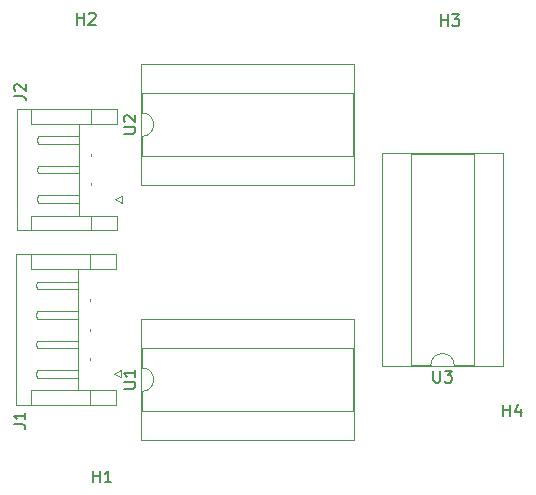
<source format=gbr>
%TF.GenerationSoftware,KiCad,Pcbnew,(6.0.6)*%
%TF.CreationDate,2022-11-12T01:04:28+05:30*%
%TF.ProjectId,exp6a,65787036-612e-46b6-9963-61645f706362,rev?*%
%TF.SameCoordinates,Original*%
%TF.FileFunction,Legend,Top*%
%TF.FilePolarity,Positive*%
%FSLAX46Y46*%
G04 Gerber Fmt 4.6, Leading zero omitted, Abs format (unit mm)*
G04 Created by KiCad (PCBNEW (6.0.6)) date 2022-11-12 01:04:28*
%MOMM*%
%LPD*%
G01*
G04 APERTURE LIST*
%ADD10C,0.150000*%
%ADD11C,0.120000*%
G04 APERTURE END LIST*
D10*
%TO.C,J1*%
X119892380Y-111733333D02*
X120606666Y-111733333D01*
X120749523Y-111780952D01*
X120844761Y-111876190D01*
X120892380Y-112019047D01*
X120892380Y-112114285D01*
X120892380Y-110733333D02*
X120892380Y-111304761D01*
X120892380Y-111019047D02*
X119892380Y-111019047D01*
X120035238Y-111114285D01*
X120130476Y-111209523D01*
X120178095Y-111304761D01*
%TO.C,H4*%
X161338095Y-111062380D02*
X161338095Y-110062380D01*
X161338095Y-110538571D02*
X161909523Y-110538571D01*
X161909523Y-111062380D02*
X161909523Y-110062380D01*
X162814285Y-110395714D02*
X162814285Y-111062380D01*
X162576190Y-110014761D02*
X162338095Y-110729047D01*
X162957142Y-110729047D01*
%TO.C,H3*%
X156058095Y-78022380D02*
X156058095Y-77022380D01*
X156058095Y-77498571D02*
X156629523Y-77498571D01*
X156629523Y-78022380D02*
X156629523Y-77022380D01*
X157010476Y-77022380D02*
X157629523Y-77022380D01*
X157296190Y-77403333D01*
X157439047Y-77403333D01*
X157534285Y-77450952D01*
X157581904Y-77498571D01*
X157629523Y-77593809D01*
X157629523Y-77831904D01*
X157581904Y-77927142D01*
X157534285Y-77974761D01*
X157439047Y-78022380D01*
X157153333Y-78022380D01*
X157058095Y-77974761D01*
X157010476Y-77927142D01*
%TO.C,U1*%
X129197380Y-108701904D02*
X130006904Y-108701904D01*
X130102142Y-108654285D01*
X130149761Y-108606666D01*
X130197380Y-108511428D01*
X130197380Y-108320952D01*
X130149761Y-108225714D01*
X130102142Y-108178095D01*
X130006904Y-108130476D01*
X129197380Y-108130476D01*
X130197380Y-107130476D02*
X130197380Y-107701904D01*
X130197380Y-107416190D02*
X129197380Y-107416190D01*
X129340238Y-107511428D01*
X129435476Y-107606666D01*
X129483095Y-107701904D01*
%TO.C,H2*%
X125258095Y-77892380D02*
X125258095Y-76892380D01*
X125258095Y-77368571D02*
X125829523Y-77368571D01*
X125829523Y-77892380D02*
X125829523Y-76892380D01*
X126258095Y-76987619D02*
X126305714Y-76940000D01*
X126400952Y-76892380D01*
X126639047Y-76892380D01*
X126734285Y-76940000D01*
X126781904Y-76987619D01*
X126829523Y-77082857D01*
X126829523Y-77178095D01*
X126781904Y-77320952D01*
X126210476Y-77892380D01*
X126829523Y-77892380D01*
%TO.C,U3*%
X155438095Y-107197380D02*
X155438095Y-108006904D01*
X155485714Y-108102142D01*
X155533333Y-108149761D01*
X155628571Y-108197380D01*
X155819047Y-108197380D01*
X155914285Y-108149761D01*
X155961904Y-108102142D01*
X156009523Y-108006904D01*
X156009523Y-107197380D01*
X156390476Y-107197380D02*
X157009523Y-107197380D01*
X156676190Y-107578333D01*
X156819047Y-107578333D01*
X156914285Y-107625952D01*
X156961904Y-107673571D01*
X157009523Y-107768809D01*
X157009523Y-108006904D01*
X156961904Y-108102142D01*
X156914285Y-108149761D01*
X156819047Y-108197380D01*
X156533333Y-108197380D01*
X156438095Y-108149761D01*
X156390476Y-108102142D01*
%TO.C,H1*%
X126598095Y-116642380D02*
X126598095Y-115642380D01*
X126598095Y-116118571D02*
X127169523Y-116118571D01*
X127169523Y-116642380D02*
X127169523Y-115642380D01*
X128169523Y-116642380D02*
X127598095Y-116642380D01*
X127883809Y-116642380D02*
X127883809Y-115642380D01*
X127788571Y-115785238D01*
X127693333Y-115880476D01*
X127598095Y-115928095D01*
%TO.C,U2*%
X129197380Y-87111904D02*
X130006904Y-87111904D01*
X130102142Y-87064285D01*
X130149761Y-87016666D01*
X130197380Y-86921428D01*
X130197380Y-86730952D01*
X130149761Y-86635714D01*
X130102142Y-86588095D01*
X130006904Y-86540476D01*
X129197380Y-86540476D01*
X129292619Y-86111904D02*
X129245000Y-86064285D01*
X129197380Y-85969047D01*
X129197380Y-85730952D01*
X129245000Y-85635714D01*
X129292619Y-85588095D01*
X129387857Y-85540476D01*
X129483095Y-85540476D01*
X129625952Y-85588095D01*
X130197380Y-86159523D01*
X130197380Y-85540476D01*
%TO.C,J2*%
X119922380Y-83933333D02*
X120636666Y-83933333D01*
X120779523Y-83980952D01*
X120874761Y-84076190D01*
X120922380Y-84219047D01*
X120922380Y-84314285D01*
X120017619Y-83504761D02*
X119970000Y-83457142D01*
X119922380Y-83361904D01*
X119922380Y-83123809D01*
X119970000Y-83028571D01*
X120017619Y-82980952D01*
X120112857Y-82933333D01*
X120208095Y-82933333D01*
X120350952Y-82980952D01*
X120922380Y-83552380D01*
X120922380Y-82933333D01*
D11*
%TO.C,J1*%
X121902500Y-99640000D02*
X125322500Y-99640000D01*
X121902500Y-105280000D02*
X121822500Y-104960000D01*
X125322500Y-99640000D02*
X125322500Y-99960000D01*
X125322500Y-99960000D02*
X125322500Y-100280000D01*
X121322500Y-98570000D02*
X126322500Y-98570000D01*
X126322500Y-103790000D02*
X126322500Y-103630000D01*
X121322500Y-97350000D02*
X121322500Y-98570000D01*
X121822500Y-102460000D02*
X121902500Y-102140000D01*
X128412500Y-107460000D02*
X129012500Y-107760000D01*
X121322500Y-108850000D02*
X126322500Y-108850000D01*
X120102500Y-97350000D02*
X128522500Y-97350000D01*
X121822500Y-107460000D02*
X121902500Y-107140000D01*
X125322500Y-105280000D02*
X121902500Y-105280000D01*
X125322500Y-107780000D02*
X121902500Y-107780000D01*
X126322500Y-108850000D02*
X128522500Y-108850000D01*
X129012500Y-107160000D02*
X128412500Y-107460000D01*
X128522500Y-98570000D02*
X126322500Y-98570000D01*
X125322500Y-100280000D02*
X121902500Y-100280000D01*
X121822500Y-99960000D02*
X121902500Y-99640000D01*
X121322500Y-110070000D02*
X121322500Y-108850000D01*
X129012500Y-107760000D02*
X129012500Y-107160000D01*
X121902500Y-102780000D02*
X121822500Y-102460000D01*
X126322500Y-101290000D02*
X126322500Y-101130000D01*
X128522500Y-97350000D02*
X128522500Y-98570000D01*
X125322500Y-107140000D02*
X125322500Y-107460000D01*
X125322500Y-102460000D02*
X125322500Y-102780000D01*
X125322500Y-102140000D02*
X125322500Y-102460000D01*
X121902500Y-104640000D02*
X125322500Y-104640000D01*
X121822500Y-104960000D02*
X121902500Y-104640000D01*
X125322500Y-107460000D02*
X125322500Y-107780000D01*
X126322500Y-106290000D02*
X126322500Y-106130000D01*
X120102500Y-110070000D02*
X120102500Y-97350000D01*
X125322500Y-102780000D02*
X121902500Y-102780000D01*
X125322500Y-104640000D02*
X125322500Y-104960000D01*
X125322500Y-104960000D02*
X125322500Y-105280000D01*
X128522500Y-110070000D02*
X120102500Y-110070000D01*
X121902500Y-102140000D02*
X125322500Y-102140000D01*
X128522500Y-108850000D02*
X128522500Y-110070000D01*
X121902500Y-107140000D02*
X125322500Y-107140000D01*
X126322500Y-108850000D02*
X126322500Y-110070000D01*
X121902500Y-107780000D02*
X121822500Y-107460000D01*
X126322500Y-98570000D02*
X126322500Y-97350000D01*
X121902500Y-100280000D02*
X121822500Y-99960000D01*
X125322500Y-108850000D02*
X125322500Y-98570000D01*
%TO.C,U1*%
X148645000Y-110590000D02*
X148645000Y-105290000D01*
X148705000Y-102800000D02*
X130685000Y-102800000D01*
X130685000Y-102800000D02*
X130685000Y-113080000D01*
X130745000Y-105290000D02*
X130745000Y-106940000D01*
X130745000Y-108940000D02*
X130745000Y-110590000D01*
X148645000Y-105290000D02*
X130745000Y-105290000D01*
X148705000Y-113080000D02*
X148705000Y-102800000D01*
X130685000Y-113080000D02*
X148705000Y-113080000D01*
X130745000Y-110590000D02*
X148645000Y-110590000D01*
X130745000Y-108940000D02*
G75*
G03*
X130745000Y-106940000I0J1000000D01*
G01*
%TO.C,U3*%
X158850000Y-106745000D02*
X158850000Y-88845000D01*
X157200000Y-106745000D02*
X158850000Y-106745000D01*
X161340000Y-88785000D02*
X151060000Y-88785000D01*
X153550000Y-88845000D02*
X153550000Y-106745000D01*
X158850000Y-88845000D02*
X153550000Y-88845000D01*
X151060000Y-106805000D02*
X161340000Y-106805000D01*
X161340000Y-106805000D02*
X161340000Y-88785000D01*
X151060000Y-88785000D02*
X151060000Y-106805000D01*
X153550000Y-106745000D02*
X155200000Y-106745000D01*
X157200000Y-106745000D02*
G75*
G03*
X155200000Y-106745000I-1000000J0D01*
G01*
%TO.C,U2*%
X148705000Y-81210000D02*
X130685000Y-81210000D01*
X130745000Y-89000000D02*
X148645000Y-89000000D01*
X130745000Y-87350000D02*
X130745000Y-89000000D01*
X130685000Y-81210000D02*
X130685000Y-91490000D01*
X148705000Y-91490000D02*
X148705000Y-81210000D01*
X148645000Y-83700000D02*
X130745000Y-83700000D01*
X130745000Y-83700000D02*
X130745000Y-85350000D01*
X130685000Y-91490000D02*
X148705000Y-91490000D01*
X148645000Y-89000000D02*
X148645000Y-83700000D01*
X130745000Y-87350000D02*
G75*
G03*
X130745000Y-85350000I0J1000000D01*
G01*
%TO.C,J2*%
X121902500Y-92670000D02*
X121982500Y-92350000D01*
X125402500Y-92350000D02*
X125402500Y-92670000D01*
X121402500Y-86280000D02*
X126402500Y-86280000D01*
X121402500Y-95280000D02*
X121402500Y-94060000D01*
X125402500Y-89850000D02*
X125402500Y-90170000D01*
X121402500Y-94060000D02*
X126402500Y-94060000D01*
X121982500Y-87350000D02*
X125402500Y-87350000D01*
X126402500Y-94060000D02*
X128602500Y-94060000D01*
X125402500Y-90490000D02*
X121982500Y-90490000D01*
X128492500Y-92670000D02*
X129092500Y-92970000D01*
X126402500Y-86280000D02*
X126402500Y-85060000D01*
X128602500Y-86280000D02*
X126402500Y-86280000D01*
X121982500Y-92990000D02*
X121902500Y-92670000D01*
X128602500Y-85060000D02*
X128602500Y-86280000D01*
X125402500Y-87990000D02*
X121982500Y-87990000D01*
X121982500Y-90490000D02*
X121902500Y-90170000D01*
X128602500Y-95280000D02*
X120182500Y-95280000D01*
X120182500Y-95280000D02*
X120182500Y-85060000D01*
X125402500Y-90170000D02*
X125402500Y-90490000D01*
X125402500Y-92670000D02*
X125402500Y-92990000D01*
X125402500Y-94060000D02*
X125402500Y-86280000D01*
X121902500Y-87670000D02*
X121982500Y-87350000D01*
X125402500Y-87670000D02*
X125402500Y-87990000D01*
X121982500Y-87990000D02*
X121902500Y-87670000D01*
X129092500Y-92370000D02*
X128492500Y-92670000D01*
X125402500Y-87350000D02*
X125402500Y-87670000D01*
X126402500Y-91500000D02*
X126402500Y-91340000D01*
X126402500Y-89000000D02*
X126402500Y-88840000D01*
X121902500Y-90170000D02*
X121982500Y-89850000D01*
X121982500Y-92350000D02*
X125402500Y-92350000D01*
X121982500Y-89850000D02*
X125402500Y-89850000D01*
X126402500Y-94060000D02*
X126402500Y-95280000D01*
X128602500Y-94060000D02*
X128602500Y-95280000D01*
X121402500Y-85060000D02*
X121402500Y-86280000D01*
X120182500Y-85060000D02*
X128602500Y-85060000D01*
X129092500Y-92970000D02*
X129092500Y-92370000D01*
X125402500Y-92990000D02*
X121982500Y-92990000D01*
%TD*%
M02*

</source>
